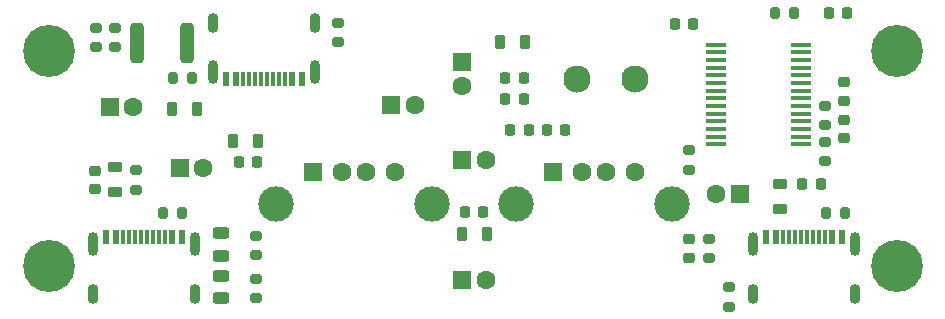
<source format=gbr>
%TF.GenerationSoftware,KiCad,Pcbnew,9.0.0*%
%TF.CreationDate,2025-03-31T17:07:40+02:00*%
%TF.ProjectId,Project Hub,50726f6a-6563-4742-9048-75622e6b6963,rev?*%
%TF.SameCoordinates,Original*%
%TF.FileFunction,Soldermask,Top*%
%TF.FilePolarity,Negative*%
%FSLAX46Y46*%
G04 Gerber Fmt 4.6, Leading zero omitted, Abs format (unit mm)*
G04 Created by KiCad (PCBNEW 9.0.0) date 2025-03-31 17:07:40*
%MOMM*%
%LPD*%
G01*
G04 APERTURE LIST*
G04 Aperture macros list*
%AMRoundRect*
0 Rectangle with rounded corners*
0 $1 Rounding radius*
0 $2 $3 $4 $5 $6 $7 $8 $9 X,Y pos of 4 corners*
0 Add a 4 corners polygon primitive as box body*
4,1,4,$2,$3,$4,$5,$6,$7,$8,$9,$2,$3,0*
0 Add four circle primitives for the rounded corners*
1,1,$1+$1,$2,$3*
1,1,$1+$1,$4,$5*
1,1,$1+$1,$6,$7*
1,1,$1+$1,$8,$9*
0 Add four rect primitives between the rounded corners*
20,1,$1+$1,$2,$3,$4,$5,0*
20,1,$1+$1,$4,$5,$6,$7,0*
20,1,$1+$1,$6,$7,$8,$9,0*
20,1,$1+$1,$8,$9,$2,$3,0*%
G04 Aperture macros list end*
%ADD10RoundRect,0.225000X0.225000X0.250000X-0.225000X0.250000X-0.225000X-0.250000X0.225000X-0.250000X0*%
%ADD11R,1.600000X1.600000*%
%ADD12C,1.600000*%
%ADD13RoundRect,0.200000X0.275000X-0.200000X0.275000X0.200000X-0.275000X0.200000X-0.275000X-0.200000X0*%
%ADD14R,0.600000X1.160000*%
%ADD15R,0.300000X1.160000*%
%ADD16O,0.900000X2.000000*%
%ADD17O,0.900000X1.700000*%
%ADD18C,0.700000*%
%ADD19C,4.400000*%
%ADD20RoundRect,0.225000X-0.225000X-0.250000X0.225000X-0.250000X0.225000X0.250000X-0.225000X0.250000X0*%
%ADD21RoundRect,0.200000X-0.275000X0.200000X-0.275000X-0.200000X0.275000X-0.200000X0.275000X0.200000X0*%
%ADD22R,1.600000X1.500000*%
%ADD23C,3.000000*%
%ADD24R,1.750000X0.450000*%
%ADD25RoundRect,0.200000X-0.200000X-0.275000X0.200000X-0.275000X0.200000X0.275000X-0.200000X0.275000X0*%
%ADD26RoundRect,0.218750X0.381250X-0.218750X0.381250X0.218750X-0.381250X0.218750X-0.381250X-0.218750X0*%
%ADD27RoundRect,0.200000X0.200000X0.275000X-0.200000X0.275000X-0.200000X-0.275000X0.200000X-0.275000X0*%
%ADD28RoundRect,0.218750X0.218750X0.381250X-0.218750X0.381250X-0.218750X-0.381250X0.218750X-0.381250X0*%
%ADD29RoundRect,0.243750X0.456250X-0.243750X0.456250X0.243750X-0.456250X0.243750X-0.456250X-0.243750X0*%
%ADD30RoundRect,0.225000X-0.250000X0.225000X-0.250000X-0.225000X0.250000X-0.225000X0.250000X0.225000X0*%
%ADD31RoundRect,0.250000X0.312500X1.450000X-0.312500X1.450000X-0.312500X-1.450000X0.312500X-1.450000X0*%
%ADD32RoundRect,0.225000X0.250000X-0.225000X0.250000X0.225000X-0.250000X0.225000X-0.250000X-0.225000X0*%
%ADD33RoundRect,0.218750X-0.218750X-0.381250X0.218750X-0.381250X0.218750X0.381250X-0.218750X0.381250X0*%
%ADD34C,2.300000*%
G04 APERTURE END LIST*
D10*
%TO.C,C2*%
X55334200Y-95859600D03*
X53784200Y-95859600D03*
%TD*%
D11*
%TO.C,PC6*%
X72655088Y-95756400D03*
D12*
X74655088Y-95756400D03*
%TD*%
D13*
%TO.C,R13*%
X55168800Y-107442000D03*
X55168800Y-105792000D03*
%TD*%
D14*
%TO.C,USB3*%
X59080000Y-88870000D03*
X58280000Y-88870000D03*
D15*
X57130000Y-88870000D03*
X56130000Y-88870000D03*
X55630000Y-88870000D03*
X54630000Y-88870000D03*
D14*
X53480000Y-88870000D03*
X52680000Y-88870000D03*
X52680000Y-88870000D03*
X53480000Y-88870000D03*
D15*
X54130000Y-88870000D03*
X55130000Y-88870000D03*
X56630000Y-88870000D03*
X57630000Y-88870000D03*
D14*
X58280000Y-88870000D03*
X59080000Y-88870000D03*
D16*
X60200000Y-88290000D03*
D17*
X60200000Y-84120000D03*
D16*
X51560000Y-88290000D03*
D17*
X51560000Y-84120000D03*
%TD*%
D13*
%TO.C,R5*%
X103378000Y-95821000D03*
X103378000Y-94171000D03*
%TD*%
D11*
%TO.C,PC2*%
X72655088Y-105870000D03*
D12*
X74655088Y-105870000D03*
%TD*%
D13*
%TO.C,R8*%
X43307000Y-86169000D03*
X43307000Y-84519000D03*
%TD*%
%TO.C,R1*%
X62140000Y-85745000D03*
X62140000Y-84095000D03*
%TD*%
D18*
%TO.C,M2*%
X35990000Y-86470000D03*
X36473274Y-85303274D03*
X36473274Y-87636726D03*
X37640000Y-84820000D03*
D19*
X37640000Y-86470000D03*
D18*
X37640000Y-88120000D03*
X38806726Y-85303274D03*
X38806726Y-87636726D03*
X39290000Y-86470000D03*
%TD*%
D20*
%TO.C,C8*%
X101460000Y-97790000D03*
X103010000Y-97790000D03*
%TD*%
D21*
%TO.C,R9*%
X41656000Y-84519000D03*
X41656000Y-86169000D03*
%TD*%
D18*
%TO.C,M2*%
X35990000Y-104670000D03*
X36473274Y-103503274D03*
X36473274Y-105836726D03*
X37640000Y-103020000D03*
D19*
X37640000Y-104670000D03*
D18*
X37640000Y-106320000D03*
X38806726Y-103503274D03*
X38806726Y-105836726D03*
X39290000Y-104670000D03*
%TD*%
D20*
%TO.C,C6*%
X76314000Y-88773000D03*
X77864000Y-88773000D03*
%TD*%
D22*
%TO.C,USB2*%
X80320000Y-96748000D03*
D12*
X82820000Y-96748000D03*
X84820000Y-96748000D03*
X87320000Y-96748000D03*
D23*
X77250000Y-99458000D03*
X90390000Y-99458000D03*
%TD*%
D21*
%TO.C,R10*%
X95250000Y-106490000D03*
X95250000Y-108140000D03*
%TD*%
D11*
%TO.C,PC7*%
X96190000Y-98570000D03*
D12*
X94190000Y-98570000D03*
%TD*%
D13*
%TO.C,R3*%
X93573600Y-104037600D03*
X93573600Y-102387600D03*
%TD*%
D24*
%TO.C,U1*%
X94190000Y-85945000D03*
X94190000Y-86595000D03*
X94190000Y-87245000D03*
X94190000Y-87895000D03*
X94190000Y-88545000D03*
X94190000Y-89195000D03*
X94190000Y-89845000D03*
X94190000Y-90495000D03*
X94190000Y-91145000D03*
X94190000Y-91795000D03*
X94190000Y-92445000D03*
X94190000Y-93095000D03*
X94190000Y-93745000D03*
X94190000Y-94395000D03*
X101390000Y-94395000D03*
X101390000Y-93745000D03*
X101390000Y-93095000D03*
X101390000Y-92445000D03*
X101390000Y-91795000D03*
X101390000Y-91145000D03*
X101390000Y-90495000D03*
X101390000Y-89845000D03*
X101390000Y-89195000D03*
X101390000Y-88545000D03*
X101390000Y-87895000D03*
X101390000Y-87245000D03*
X101390000Y-86595000D03*
X101390000Y-85945000D03*
%TD*%
D25*
%TO.C,R11*%
X103442000Y-100203000D03*
X105092000Y-100203000D03*
%TD*%
D11*
%TO.C,PC1*%
X48734888Y-96370000D03*
D12*
X50734888Y-96370000D03*
%TD*%
D10*
%TO.C,C7*%
X77864000Y-90551000D03*
X76314000Y-90551000D03*
%TD*%
D22*
%TO.C,USB1*%
X60000000Y-96748000D03*
D12*
X62500000Y-96748000D03*
X64500000Y-96748000D03*
X67000000Y-96748000D03*
D23*
X56930000Y-99458000D03*
X70070000Y-99458000D03*
%TD*%
D26*
%TO.C,FB4*%
X43307000Y-98471500D03*
X43307000Y-96346500D03*
%TD*%
D18*
%TO.C,M2*%
X107840000Y-104670000D03*
X108323274Y-103503274D03*
X108323274Y-105836726D03*
X109490000Y-103020000D03*
D19*
X109490000Y-104670000D03*
D18*
X109490000Y-106320000D03*
X110656726Y-103503274D03*
X110656726Y-105836726D03*
X111140000Y-104670000D03*
%TD*%
D27*
%TO.C,R2*%
X49815000Y-88820000D03*
X48165000Y-88820000D03*
%TD*%
D11*
%TO.C,PC3*%
X42834888Y-91270000D03*
D12*
X44834888Y-91270000D03*
%TD*%
D27*
%TO.C,R7*%
X100774000Y-83312000D03*
X99124000Y-83312000D03*
%TD*%
D28*
%TO.C,FB2*%
X74773300Y-102006400D03*
X72648300Y-102006400D03*
%TD*%
%TO.C,L1*%
X50252500Y-91440000D03*
X48127500Y-91440000D03*
%TD*%
D11*
%TO.C,PC5*%
X72690000Y-87414888D03*
D12*
X72690000Y-89414888D03*
%TD*%
D10*
%TO.C,C9*%
X105270600Y-83312000D03*
X103720600Y-83312000D03*
%TD*%
D29*
%TO.C,D1*%
X52273200Y-103807500D03*
X52273200Y-101932500D03*
%TD*%
D30*
%TO.C,C1*%
X105029000Y-92316000D03*
X105029000Y-93866000D03*
%TD*%
D11*
%TO.C,PC4*%
X66634888Y-91070000D03*
D12*
X68634888Y-91070000D03*
%TD*%
D10*
%TO.C,C11*%
X81356800Y-93167200D03*
X79806800Y-93167200D03*
%TD*%
D14*
%TO.C,USB4*%
X98400000Y-102279000D03*
X99200000Y-102279000D03*
D15*
X100350000Y-102279000D03*
X101350000Y-102279000D03*
X101850000Y-102279000D03*
X102850000Y-102279000D03*
D14*
X104000000Y-102279000D03*
X104800000Y-102279000D03*
X104800000Y-102279000D03*
X104000000Y-102279000D03*
D15*
X103350000Y-102279000D03*
X102350000Y-102279000D03*
X100850000Y-102279000D03*
X99850000Y-102279000D03*
D14*
X99200000Y-102279000D03*
X98400000Y-102279000D03*
D16*
X97280000Y-102859000D03*
D17*
X97280000Y-107029000D03*
D16*
X105920000Y-102859000D03*
D17*
X105920000Y-107029000D03*
%TD*%
D18*
%TO.C,M2*%
X107840000Y-86470000D03*
X108323274Y-85303274D03*
X108323274Y-87636726D03*
X109490000Y-84820000D03*
D19*
X109490000Y-86470000D03*
D18*
X109490000Y-88120000D03*
X110656726Y-85303274D03*
X110656726Y-87636726D03*
X111140000Y-86470000D03*
%TD*%
D20*
%TO.C,C12*%
X76745800Y-93167200D03*
X78295800Y-93167200D03*
%TD*%
D30*
%TO.C,C5*%
X105029000Y-89141000D03*
X105029000Y-90691000D03*
%TD*%
D31*
%TO.C,F1*%
X49381500Y-85852000D03*
X45106500Y-85852000D03*
%TD*%
D32*
%TO.C,C13*%
X41562000Y-98184000D03*
X41562000Y-96634000D03*
%TD*%
D26*
%TO.C,FB3*%
X99568000Y-99868500D03*
X99568000Y-97743500D03*
%TD*%
D21*
%TO.C,R4*%
X91846400Y-94882200D03*
X91846400Y-96532200D03*
%TD*%
D33*
%TO.C,L2*%
X75899500Y-85750400D03*
X78024500Y-85750400D03*
%TD*%
D13*
%TO.C,R12*%
X55168800Y-103796600D03*
X55168800Y-102146600D03*
%TD*%
D10*
%TO.C,C3*%
X74435000Y-100126800D03*
X72885000Y-100126800D03*
%TD*%
D30*
%TO.C,C4*%
X91846400Y-102437600D03*
X91846400Y-103987600D03*
%TD*%
D25*
%TO.C,R15*%
X47308000Y-100203000D03*
X48958000Y-100203000D03*
%TD*%
D28*
%TO.C,FB1*%
X55367700Y-94081600D03*
X53242700Y-94081600D03*
%TD*%
D34*
%TO.C,Y1*%
X87286000Y-88900000D03*
X82386000Y-88900000D03*
%TD*%
D10*
%TO.C,C10*%
X92215000Y-84175600D03*
X90665000Y-84175600D03*
%TD*%
D13*
%TO.C,R14*%
X45085000Y-98234000D03*
X45085000Y-96584000D03*
%TD*%
D29*
%TO.C,D2*%
X52273200Y-107414300D03*
X52273200Y-105539300D03*
%TD*%
D14*
%TO.C,USB5*%
X42520000Y-102279000D03*
X43320000Y-102279000D03*
D15*
X44470000Y-102279000D03*
X45470000Y-102279000D03*
X45970000Y-102279000D03*
X46970000Y-102279000D03*
D14*
X48120000Y-102279000D03*
X48920000Y-102279000D03*
X48920000Y-102279000D03*
X48120000Y-102279000D03*
D15*
X47470000Y-102279000D03*
X46470000Y-102279000D03*
X44970000Y-102279000D03*
X43970000Y-102279000D03*
D14*
X43320000Y-102279000D03*
X42520000Y-102279000D03*
D16*
X41400000Y-102859000D03*
D17*
X41400000Y-107029000D03*
D16*
X50040000Y-102859000D03*
D17*
X50040000Y-107029000D03*
%TD*%
D21*
%TO.C,R6*%
X103378000Y-91123000D03*
X103378000Y-92773000D03*
%TD*%
M02*

</source>
